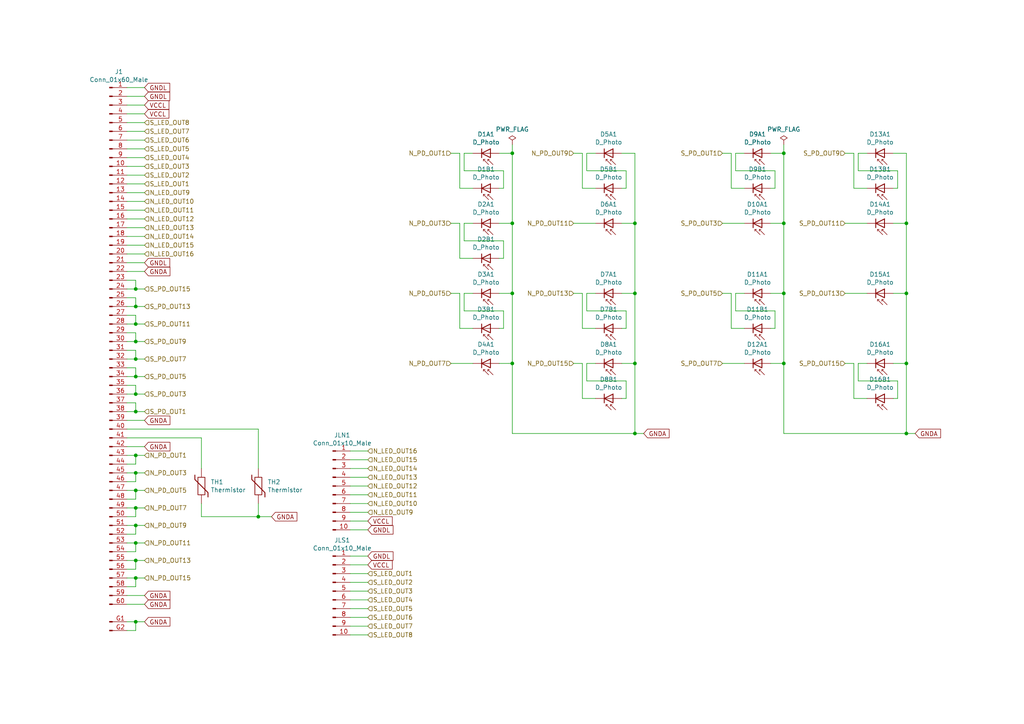
<source format=kicad_sch>
(kicad_sch (version 20211123) (generator eeschema)
  (paper "A4")
  (lib_symbols
    (symbol "Connector:Conn_01x10_Male" (pin_names (offset 1.016) hide)
      (property "Reference" "J" (at 0 12.7 0))
      (property "Value" "Conn_01x10_Male" (at 0 -15.24 0))
      (symbol "Conn_01x10_Male_1_1"
        (polyline (pts (xy 1.27 -12.7) (xy 0.8636 -12.7)) (stroke (width 0.1524)))
        (polyline (pts (xy 1.27 -10.16) (xy 0.8636 -10.16)) (stroke (width 0.1524)))
        (polyline (pts (xy 1.27 -7.62) (xy 0.8636 -7.62)) (stroke (width 0.1524)))
        (polyline (pts (xy 1.27 -5.08) (xy 0.8636 -5.08)) (stroke (width 0.1524)))
        (polyline (pts (xy 1.27 -2.54) (xy 0.8636 -2.54)) (stroke (width 0.1524)))
        (polyline (pts (xy 1.27 0) (xy 0.8636 0)) (stroke (width 0.1524)))
        (polyline (pts (xy 1.27 2.54) (xy 0.8636 2.54)) (stroke (width 0.1524)))
        (polyline (pts (xy 1.27 5.08) (xy 0.8636 5.08)) (stroke (width 0.1524)))
        (polyline (pts (xy 1.27 7.62) (xy 0.8636 7.62)) (stroke (width 0.1524)))
        (polyline (pts (xy 1.27 10.16) (xy 0.8636 10.16)) (stroke (width 0.1524)))
        (rectangle (start 0.8636 -12.573) (end 0 -12.827) (stroke (width 0.1524)) (fill (type outline)))
        (rectangle (start 0.8636 -10.033) (end 0 -10.287) (stroke (width 0.1524)) (fill (type outline)))
        (rectangle (start 0.8636 -7.493) (end 0 -7.747) (stroke (width 0.1524)) (fill (type outline)))
        (rectangle (start 0.8636 -4.953) (end 0 -5.207) (stroke (width 0.1524)) (fill (type outline)))
        (rectangle (start 0.8636 -2.413) (end 0 -2.667) (stroke (width 0.1524)) (fill (type outline)))
        (rectangle (start 0.8636 0.127) (end 0 -0.127) (stroke (width 0.1524)) (fill (type outline)))
        (rectangle (start 0.8636 2.667) (end 0 2.413) (stroke (width 0.1524)) (fill (type outline)))
        (rectangle (start 0.8636 5.207) (end 0 4.953) (stroke (width 0.1524)) (fill (type outline)))
        (rectangle (start 0.8636 7.747) (end 0 7.493) (stroke (width 0.1524)) (fill (type outline)))
        (rectangle (start 0.8636 10.287) (end 0 10.033) (stroke (width 0.1524)) (fill (type outline)))
        (pin passive line (at 5.08 10.16 180) (length 3.81) (name "Pin_1") (number "1"))
        (pin passive line (at 5.08 -12.7 180) (length 3.81) (name "Pin_10") (number "10"))
        (pin passive line (at 5.08 7.62 180) (length 3.81) (name "Pin_2") (number "2"))
        (pin passive line (at 5.08 5.08 180) (length 3.81) (name "Pin_3") (number "3"))
        (pin passive line (at 5.08 2.54 180) (length 3.81) (name "Pin_4") (number "4"))
        (pin passive line (at 5.08 0 180) (length 3.81) (name "Pin_5") (number "5"))
        (pin passive line (at 5.08 -2.54 180) (length 3.81) (name "Pin_6") (number "6"))
        (pin passive line (at 5.08 -5.08 180) (length 3.81) (name "Pin_7") (number "7"))
        (pin passive line (at 5.08 -7.62 180) (length 3.81) (name "Pin_8") (number "8"))
        (pin passive line (at 5.08 -10.16 180) (length 3.81) (name "Pin_9") (number "9"))
      )
    )
    (symbol "Device:D_Photo" (pin_numbers hide) (pin_names hide)
      (property "Reference" "D" (at 0.508 1.778 0))
      (property "Value" "D_Photo" (at -1.016 -2.794 0))
      (symbol "D_Photo_0_1"
        (polyline (pts (xy -2.54 1.27) (xy -2.54 -1.27)) (stroke (width 0.254)))
        (polyline (pts (xy -2.032 1.778) (xy -1.524 1.778)))
        (polyline (pts (xy 0 0) (xy -2.54 0)))
        (polyline (pts (xy -0.508 3.302) (xy -2.032 1.778) (xy -2.032 2.286)))
        (polyline (pts (xy 0 -1.27) (xy 0 1.27) (xy -2.54 0) (xy 0 -1.27)) (stroke (width 0.254)))
        (polyline (pts (xy 0.762 3.302) (xy -0.762 1.778) (xy -0.762 2.286) (xy -0.762 1.778) (xy -0.254 1.778)))
      )
      (symbol "D_Photo_1_1"
        (pin passive line (at -5.08 0 0) (length 2.54) (name "K") (number "1"))
        (pin passive line (at 2.54 0 180) (length 2.54) (name "A") (number "2"))
      )
    )
    (symbol "Device:Thermistor" (pin_numbers hide) (pin_names (offset 0))
      (property "Reference" "TH" (at 2.54 1.27 90))
      (property "Value" "Thermistor" (at -2.54 0 90))
      (symbol "Thermistor_0_1"
        (rectangle (start -1.016 2.54) (end 1.016 -2.54) (stroke (width 0.2032)))
        (polyline (pts (xy -1.905 3.175) (xy -1.905 1.905) (xy 1.905 -1.905) (xy 1.905 -3.175) (xy 1.905 -3.175)) (stroke (width 0.254)))
      )
      (symbol "Thermistor_1_1"
        (pin passive line (at 0 5.08 270) (length 2.54) (name "~") (number "1"))
        (pin passive line (at 0 -5.08 90) (length 2.54) (name "~") (number "2"))
      )
    )
    (symbol "Ninja-qPCR:Conn_01x60_Male" (pin_names (offset 1.016) hide)
      (property "Reference" "J" (at 0 50.8 0))
      (property "Value" "Conn_01x60_Male" (at 1.27 -113.03 0))
      (symbol "Conn_01x60_Male_1_1"
        (polyline (pts (xy 1.27 -109.22) (xy 0.8636 -109.22)) (stroke (width 0.1524)))
        (polyline (pts (xy 1.27 -106.68) (xy 0.8636 -106.68)) (stroke (width 0.1524)))
        (polyline (pts (xy 1.27 -101.6) (xy 0.8636 -101.6)) (stroke (width 0.1524)))
        (polyline (pts (xy 1.27 -99.06) (xy 0.8636 -99.06)) (stroke (width 0.1524)))
        (polyline (pts (xy 1.27 -96.52) (xy 0.8636 -96.52)) (stroke (width 0.1524)))
        (polyline (pts (xy 1.27 -93.98) (xy 0.8636 -93.98)) (stroke (width 0.1524)))
        (polyline (pts (xy 1.27 -91.44) (xy 0.8636 -91.44)) (stroke (width 0.1524)))
        (polyline (pts (xy 1.27 -88.9) (xy 0.8636 -88.9)) (stroke (width 0.1524)))
        (polyline (pts (xy 1.27 -86.36) (xy 0.8636 -86.36)) (stroke (width 0.1524)))
        (polyline (pts (xy 1.27 -83.82) (xy 0.8636 -83.82)) (stroke (width 0.1524)))
        (polyline (pts (xy 1.27 -81.28) (xy 0.8636 -81.28)) (stroke (width 0.1524)))
        (polyline (pts (xy 1.27 -78.74) (xy 0.8636 -78.74)) (stroke (width 0.1524)))
        (polyline (pts (xy 1.27 -76.2) (xy 0.8636 -76.2)) (stroke (width 0.1524)))
        (polyline (pts (xy 1.27 -73.66) (xy 0.8636 -73.66)) (stroke (width 0.1524)))
        (polyline (pts (xy 1.27 -71.12) (xy 0.8636 -71.12)) (stroke (width 0.1524)))
        (polyline (pts (xy 1.27 -68.58) (xy 0.8636 -68.58)) (stroke (width 0.1524)))
        (polyline (pts (xy 1.27 -66.04) (xy 0.8636 -66.04)) (stroke (width 0.1524)))
        (polyline (pts (xy 1.27 -63.5) (xy 0.8636 -63.5)) (stroke (width 0.1524)))
        (polyline (pts (xy 1.27 -60.96) (xy 0.8636 -60.96)) (stroke (width 0.1524)))
        (polyline (pts (xy 1.27 -58.42) (xy 0.8636 -58.42)) (stroke (width 0.1524)))
        (polyline (pts (xy 1.27 -55.88) (xy 0.8636 -55.88)) (stroke (width 0.1524)))
        (polyline (pts (xy 1.27 -53.34) (xy 0.8636 -53.34)) (stroke (width 0.1524)))
        (polyline (pts (xy 1.27 -50.8) (xy 0.8636 -50.8)) (stroke (width 0.1524)))
        (polyline (pts (xy 1.27 -48.26) (xy 0.8636 -48.26)) (stroke (width 0.1524)))
        (polyline (pts (xy 1.27 -45.72) (xy 0.8636 -45.72)) (stroke (width 0.1524)))
        (polyline (pts (xy 1.27 -43.18) (xy 0.8636 -43.18)) (stroke (width 0.1524)))
        (polyline (pts (xy 1.27 -40.64) (xy 0.8636 -40.64)) (stroke (width 0.1524)))
        (polyline (pts (xy 1.27 -38.1) (xy 0.8636 -38.1)) (stroke (width 0.1524)))
        (polyline (pts (xy 1.27 -35.56) (xy 0.8636 -35.56)) (stroke (width 0.1524)))
        (polyline (pts (xy 1.27 -33.02) (xy 0.8636 -33.02)) (stroke (width 0.1524)))
        (polyline (pts (xy 1.27 -30.48) (xy 0.8636 -30.48)) (stroke (width 0.1524)))
        (polyline (pts (xy 1.27 -27.94) (xy 0.8636 -27.94)) (stroke (width 0.1524)))
        (polyline (pts (xy 1.27 -25.4) (xy 0.8636 -25.4)) (stroke (width 0.1524)))
        (polyline (pts (xy 1.27 -22.86) (xy 0.8636 -22.86)) (stroke (width 0.1524)))
        (polyline (pts (xy 1.27 -20.32) (xy 0.8636 -20.32)) (stroke (width 0.1524)))
        (polyline (pts (xy 1.27 -17.78) (xy 0.8636 -17.78)) (stroke (width 0.1524)))
        (polyline (pts (xy 1.27 -15.24) (xy 0.8636 -15.24)) (stroke (width 0.1524)))
        (polyline (pts (xy 1.27 -12.7) (xy 0.8636 -12.7)) (stroke (width 0.1524)))
        (polyline (pts (xy 1.27 -10.16) (xy 0.8636 -10.16)) (stroke (width 0.1524)))
        (polyline (pts (xy 1.27 -7.62) (xy 0.8636 -7.62)) (stroke (width 0.1524)))
        (polyline (pts (xy 1.27 -5.08) (xy 0.8636 -5.08)) (stroke (width 0.1524)))
        (polyline (pts (xy 1.27 -2.54) (xy 0.8636 -2.54)) (stroke (width 0.1524)))
        (polyline (pts (xy 1.27 0) (xy 0.8636 0)) (stroke (width 0.1524)))
        (polyline (pts (xy 1.27 2.54) (xy 0.8636 2.54)) (stroke (width 0.1524)))
        (polyline (pts (xy 1.27 5.08) (xy 0.8636 5.08)) (stroke (width 0.1524)))
        (polyline (pts (xy 1.27 7.62) (xy 0.8636 7.62)) (stroke (width 0.1524)))
        (polyline (pts (xy 1.27 10.16) (xy 0.8636 10.16)) (stroke (width 0.1524)))
        (polyline (pts (xy 1.27 12.7) (xy 0.8636 12.7)) (stroke (width 0.1524)))
        (polyline (pts (xy 1.27 15.24) (xy 0.8636 15.24)) (stroke (width 0.1524)))
        (polyline (pts (xy 1.27 17.78) (xy 0.8636 17.78)) (stroke (width 0.1524)))
        (polyline (pts (xy 1.27 20.32) (xy 0.8636 20.32)) (stroke (width 0.1524)))
        (polyline (pts (xy 1.27 22.86) (xy 0.8636 22.86)) (stroke (width 0.1524)))
        (polyline (pts (xy 1.27 25.4) (xy 0.8636 25.4)) (stroke (width 0.1524)))
        (polyline (pts (xy 1.27 27.94) (xy 0.8636 27.94)) (stroke (width 0.1524)))
        (polyline (pts (xy 1.27 30.48) (xy 0.8636 30.48)) (stroke (width 0.1524)))
        (polyline (pts (xy 1.27 33.02) (xy 0.8636 33.02)) (stroke (width 0.1524)))
        (polyline (pts (xy 1.27 35.56) (xy 0.8636 35.56)) (stroke (width 0.1524)))
        (polyline (pts (xy 1.27 38.1) (xy 0.8636 38.1)) (stroke (width 0.1524)))
        (polyline (pts (xy 1.27 40.64) (xy 0.8636 40.64)) (stroke (width 0.1524)))
        (polyline (pts (xy 1.27 43.18) (xy 0.8636 43.18)) (stroke (width 0.1524)))
        (polyline (pts (xy 1.27 45.72) (xy 0.8636 45.72)) (stroke (width 0.1524)))
        (polyline (pts (xy 1.27 48.26) (xy 0.8636 48.26)) (stroke (width 0.1524)))
        (rectangle (start 0.8636 -109.093) (end 0 -109.347) (stroke (width 0.1524)) (fill (type outline)))
        (rectangle (start 0.8636 -106.553) (end 0 -106.807) (stroke (width 0.1524)) (fill (type outline)))
        (rectangle (start 0.8636 -101.473) (end 0 -101.727) (stroke (width 0.1524)) (fill (type outline)))
        (rectangle (start 0.8636 -98.933) (end 0 -99.187) (stroke (width 0.1524)) (fill (type outline)))
        (rectangle (start 0.8636 -96.393) (end 0 -96.647) (stroke (width 0.1524)) (fill (type outline)))
        (rectangle (start 0.8636 -93.853) (end 0 -94.107) (stroke (width 0.1524)) (fill (type outline)))
        (rectangle (start 0.8636 -91.313) (end 0 -91.567) (stroke (width 0.1524)) (fill (type outline)))
        (rectangle (start 0.8636 -88.773) (end 0 -89.027) (stroke (width 0.1524)) (fill (type outline)))
        (rectangle (start 0.8636 -86.233) (end 0 -86.487) (stroke (width 0.1524)) (fill (type outline)))
        (rectangle (start 0.8636 -83.693) (end 0 -83.947) (stroke (width 0.1524)) (fill (type outline)))
        (rectangle (start 0.8636 -81.153) (end 0 -81.407) (stroke (width 0.1524)) (fill (type outline)))
        (rectangle (start 0.8636 -78.613) (end 0 -78.867) (stroke (width 0.1524)) (fill (type outline)))
        (rectangle (start 0.8636 -76.073) (end 0 -76.327) (stroke (width 0.1524)) (fill (type outline)))
        (rectangle (start 0.8636 -73.533) (end 0 -73.787) (stroke (width 0.1524)) (fill (type outline)))
        (rectangle (start 0.8636 -70.993) (end 0 -71.247) (stroke (width 0.1524)) (fill (type outline)))
        (rectangle (start 0.8636 -68.453) (end 0 -68.707) (stroke (width 0.1524)) (fill (type outline)))
        (rectangle (start 0.8636 -65.913) (end 0 -66.167) (stroke (width 0.1524)) (fill (type outline)))
        (rectangle (start 0.8636 -63.373) (end 0 -63.627) (stroke (width 0.1524)) (fill (type outline)))
        (rectangle (start 0.8636 -60.833) (end 0 -61.087) (stroke (width 0.1524)) (fill (type outline)))
        (rectangle (start 0.8636 -58.293) (end 0 -58.547) (stroke (width 0.1524)) (fill (type outline)))
        (rectangle (start 0.8636 -55.753) (end 0 -56.007) (stroke (width 0.1524)) (fill (type outline)))
        (rectangle (start 0.8636 -53.213) (end 0 -53.467) (stroke (width 0.1524)) (fill (type outline)))
        (rectangle (start 0.8636 -50.673) (end 0 -50.927) (stroke (width 0.1524)) (fill (type outline)))
        (rectangle (start 0.8636 -48.133) (end 0 -48.387) (stroke (width 0.1524)) (fill (type outline)))
        (rectangle (start 0.8636 -45.593) (end 0 -45.847) (stroke (width 0.1524)) (fill (type outline)))
        (rectangle (start 0.8636 -43.053) (end 0 -43.307) (stroke (width 0.1524)) (fill (type outline)))
        (rectangle (start 0.8636 -40.513) (end 0 -40.767) (stroke (width 0.1524)) (fill (type outline)))
        (rectangle (start 0.8636 -37.973) (end 0 -38.227) (stroke (width 0.1524)) (fill (type outline)))
        (rectangle (start 0.8636 -35.433) (end 0 -35.687) (stroke (width 0.1524)) (fill (type outline)))
        (rectangle (start 0.8636 -32.893) (end 0 -33.147) (stroke (width 0.1524)) (fill (type outline)))
        (rectangle (start 0.8636 -30.353) (end 0 -30.607) (stroke (width 0.1524)) (fill (type outline)))
        (rectangle (start 0.8636 -27.813) (end 0 -28.067) (stroke (width 0.1524)) (fill (type outline)))
        (rectangle (start 0.8636 -25.273) (end 0 -25.527) (stroke (width 0.1524)) (fill (type outline)))
        (rectangle (start 0.8636 -22.733) (end 0 -22.987) (stroke (width 0.1524)) (fill (type outline)))
        (rectangle (start 0.8636 -20.193) (end 0 -20.447) (stroke (width 0.1524)) (fill (type outline)))
        (rectangle (start 0.8636 -17.653) (end 0 -17.907) (stroke (width 0.1524)) (fill (type outline)))
        (rectangle (start 0.8636 -15.113) (end 0 -15.367) (stroke (width 0.1524)) (fill (type outline)))
        (rectangle (start 0.8636 -12.573) (end 0 -12.827) (stroke (width 0.1524)) (fill (type outline)))
        (rectangle (start 0.8636 -10.033) (end 0 -10.287) (stroke (width 0.1524)) (fill (type outline)))
        (rectangle (start 0.8636 -7.493) (end 0 -7.747) (stroke (width 0.1524)) (fill (type outline)))
        (rectangle (start 0.8636 -4.953) (end 0 -5.207) (stroke (width 0.1524)) (fill (type outline)))
        (rectangle (start 0.8636 -2.413) (end 0 -2.667) (stroke (width 0.1524)) (fill (type outline)))
        (rectangle (start 0.8636 0.127) (end 0 -0.127) (stroke (width 0.1524)) (fill (type outline)))
        (rectangle (start 0.8636 2.667) (end 0 2.413) (stroke (width 0.1524)) (fill (type outline)))
        (rectangle (start 0.8636 5.207) (end 0 4.953) (stroke (width 0.1524)) (fill (type outline)))
        (rectangle (start 0.8636 7.747) (end 0 7.493) (stroke (width 0.1524)) (fill (type outline)))
        (rectangle (start 0.8636 10.287) (end 0 10.033) (stroke (width 0.1524)) (fill (type outline)))
        (rectangle (start 0.8636 12.827) (end 0 12.573) (stroke (width 0.1524)) (fill (type outline)))
        (rectangle (start 0.8636 15.367) (end 0 15.113) (stroke (width 0.1524)) (fill (type outline)))
        (rectangle (start 0.8636 17.907) (end 0 17.653) (stroke (width 0.1524)) (fill (type outline)))
        (rectangle (start 0.8636 20.447) (end 0 20.193) (stroke (width 0.1524)) (fill (type outline)))
        (rectangle (start 0.8636 22.987) (end 0 22.733) (stroke (width 0.1524)) (fill (type outline)))
        (rectangle (start 0.8636 25.527) (end 0 25.273) (stroke (width 0.1524)) (fill (type outline)))
        (rectangle (start 0.8636 28.067) (end 0 27.813) (stroke (width 0.1524)) (fill (type outline)))
        (rectangle (start 0.8636 30.607) (end 0 30.353) (stroke (width 0.1524)) (fill (type outline)))
        (rectangle (start 0.8636 33.147) (end 0 32.893) (stroke (width 0.1524)) (fill (type outline)))
        (rectangle (start 0.8636 35.687) (end 0 35.433) (stroke (width 0.1524)) (fill (type outline)))
        (rectangle (start 0.8636 38.227) (end 0 37.973) (stroke (width 0.1524)) (fill (type outline)))
        (rectangle (start 0.8636 40.767) (end 0 40.513) (stroke (width 0.1524)) (fill (type outline)))
        (rectangle (start 0.8636 43.307) (end 0 43.053) (stroke (width 0.1524)) (fill (type outline)))
        (rectangle (start 0.8636 45.847) (end 0 45.593) (stroke (width 0.1524)) (fill (type outline)))
        (rectangle (start 0.8636 48.387) (end 0 48.133) (stroke (width 0.1524)) (fill (type outline)))
        (pin passive line (at 5.08 48.26 180) (length 3.81) (name "Pin_1") (number "1"))
        (pin passive line (at 5.08 25.4 180) (length 3.81) (name "Pin_10") (number "10"))
        (pin passive line (at 5.08 22.86 180) (length 3.81) (name "Pin_11") (number "11"))
        (pin passive line (at 5.08 20.32 180) (length 3.81) (name "Pin_12") (number "12"))
        (pin passive line (at 5.08 17.78 180) (length 3.81) (name "Pin_13") (number "13"))
        (pin passive line (at 5.08 15.24 180) (length 3.81) (name "Pin_14") (number "14"))
        (pin passive line (at 5.08 12.7 180) (length 3.81) (name "Pin_15") (number "15"))
        (pin passive line (at 5.08 10.16 180) (length 3.81) (name "Pin_16") (number "16"))
        (pin passive line (at 5.08 7.62 180) (length 3.81) (name "Pin_17") (number "17"))
        (pin passive line (at 5.08 5.08 180) (length 3.81) (name "Pin_18") (number "18"))
        (pin passive line (at 5.08 2.54 180) (length 3.81) (name "Pin_19") (number "19"))
        (pin passive line (at 5.08 45.72 180) (length 3.81) (name "Pin_2") (number "2"))
        (pin passive line (at 5.08 0 180) (length 3.81) (name "Pin_20") (number "20"))
        (pin passive line (at 5.08 -2.54 180) (length 3.81) (name "Pin_21") (number "21"))
        (pin passive line (at 5.08 -5.08 180) (length 3.81) (name "Pin_22") (number "22"))
        (pin passive line (at 5.08 -7.62 180) (length 3.81) (name "Pin_23") (number "23"))
        (pin passive line (at 5.08 -10.16 180) (length 3.81) (name "Pin_24") (number "24"))
        (pin passive line (at 5.08 -12.7 180) (length 3.81) (name "Pin_25") (number "25"))
        (pin passive line (at 5.08 -15.24 180) (length 3.81) (name "Pin_26") (number "26"))
        (pin passive line (at 5.08 -17.78 180) (length 3.81) (name "Pin_27") (number "27"))
        (pin passive line (at 5.08 -20.32 180) (length 3.81) (name "Pin_28") (number "28"))
        (pin passive line (at 5.08 -22.86 180) (length 3.81) (name "Pin_29") (number "29"))
        (pin passive line (at 5.08 43.18 180) (length 3.81) (name "Pin_3") (number "3"))
        (pin passive line (at 5.08 -25.4 180) (length 3.81) (name "Pin_30") (number "30"))
        (pin passive line (at 5.08 -27.94 180) (length 3.81) (name "Pin_31") (number "31"))
        (pin passive line (at 5.08 -30.48 180) (length 3.81) (name "Pin_32") (number "32"))
        (pin passive line (at 5.08 -33.02 180) (length 3.81) (name "Pin_33") (number "33"))
        (pin passive line (at 5.08 -35.56 180) (length 3.81) (name "Pin_34") (number "34"))
        (pin passive line (at 5.08 -38.1 180) (length 3.81) (name "Pin_35") (number "35"))
        (pin passive line (at 5.08 -40.64 180) (length 3.81) (name "Pin_36") (number "36"))
        (pin passive line (at 5.08 -43.18 180) (length 3.81) (name "Pin_37") (number "37"))
        (pin passive line (at 5.08 -45.72 180) (length 3.81) (name "Pin_38") (number "38"))
        (pin passive line (at 5.08 -48.26 180) (length 3.81) (name "Pin_39") (number "39"))
        (pin passive line (at 5.08 40.64 180) (length 3.81) (name "Pin_4") (number "4"))
        (pin passive line (at 5.08 -50.8 180) (length 3.81) (name "Pin_40") (number "40"))
        (pin passive line (at 5.08 -53.34 180) (length 3.81) (name "Pin_41") (number "41"))
        (pin passive line (at 5.08 -55.88 180) (length 3.81) (name "Pin_42") (number "42"))
        (pin passive line (at 5.08 -58.42 180) (length 3.81) (name "Pin_43") (number "43"))
        (pin passive line (at 5.08 -60.96 180) (length 3.81) (name "Pin_44") (number "44"))
        (pin passive line (at 5.08 -63.5 180) (length 3.81) (name "Pin_45") (number "45"))
        (pin passive line (at 5.08 -66.04 180) (length 3.81) (name "Pin_46") (number "46"))
        (pin passive line (at 5.08 -68.58 180) (length 3.81) (name "Pin_47") (number "47"))
        (pin passive line (at 5.08 -71.12 180) (length 3.81) (name "Pin_48") (number "48"))
        (pin passive line (at 5.08 -73.66 180) (length 3.81) (name "Pin_49") (number "49"))
        (pin passive line (at 5.08 38.1 180) (length 3.81) (name "Pin_5") (number "5"))
        (pin passive line (at 5.08 -76.2 180) (length 3.81) (name "Pin_50") (number "50"))
        (pin passive line (at 5.08 -78.74 180) (length 3.81) (name "Pin_51") (number "51"))
        (pin passive line (at 5.08 -81.28 180) (length 3.81) (name "Pin_52") (number "52"))
        (pin passive line (at 5.08 -83.82 180) (length 3.81) (name "Pin_53") (number "53"))
        (pin passive line (at 5.08 -86.36 180) (length 3.81) (name "Pin_54") (number "54"))
        (pin passive line (at 5.08 -88.9 180) (length 3.81) (name "Pin_55") (number "55"))
        (pin passive line (at 5.08 -91.44 180) (length 3.81) (name "Pin_56") (number "56"))
        (pin passive line (at 5.08 -93.98 180) (length 3.81) (name "Pin_57") (number "57"))
        (pin passive line (at 5.08 -96.52 180) (length 3.81) (name "Pin_58") (number "58"))
        (pin passive line (at 5.08 -99.06 180) (length 3.81) (name "Pin_59") (number "59"))
        (pin passive line (at 5.08 35.56 180) (length 3.81) (name "Pin_6") (number "6"))
        (pin passive line (at 5.08 -101.6 180) (length 3.81) (name "Pin_60") (number "60"))
        (pin passive line (at 5.08 33.02 180) (length 3.81) (name "Pin_7") (number "7"))
        (pin passive line (at 5.08 30.48 180) (length 3.81) (name "Pin_8") (number "8"))
        (pin passive line (at 5.08 27.94 180) (length 3.81) (name "Pin_9") (number "9"))
        (pin passive line (at 5.08 -106.68 180) (length 3.81) (name "Pin_G1") (number "G1"))
        (pin passive line (at 5.08 -109.22 180) (length 3.81) (name "Pin_G2") (number "G2"))
      )
    )
    (symbol "power:PWR_FLAG" (power) (pin_numbers hide) (pin_names (offset 0) hide)
      (property "Value" "PWR_FLAG" (at 0 3.81 0))
      (symbol "PWR_FLAG_0_0"
        (pin power_out line (at 0 0 90) (length 0) (name "pwr") (number "1"))
      )
      (symbol "PWR_FLAG_0_1"
        (polyline (pts (xy 0 0) (xy 0 1.27) (xy -1.016 1.905) (xy 0 2.54) (xy 1.016 1.905) (xy 0 1.27)))
      )
    )
  )
  (junction (at 184.15 64.77))
  (junction (at 262.89 85.09))
  (junction (at 39.37 142.24))
  (junction (at 148.59 44.45))
  (junction (at 184.15 105.41))
  (junction (at 227.33 105.41))
  (junction (at 39.37 147.32))
  (junction (at 39.37 162.56))
  (junction (at 262.89 64.77))
  (junction (at 39.37 104.14))
  (junction (at 39.37 114.3))
  (junction (at 262.89 105.41))
  (junction (at 148.59 64.77))
  (junction (at 39.37 88.9))
  (junction (at 227.33 64.77))
  (junction (at 184.15 85.09))
  (junction (at 262.89 125.73))
  (junction (at 227.33 44.45))
  (junction (at 39.37 93.98))
  (junction (at 148.59 105.41))
  (junction (at 39.37 180.34))
  (junction (at 148.59 85.09))
  (junction (at 39.37 167.64))
  (junction (at 227.33 85.09))
  (junction (at 39.37 109.22))
  (junction (at 39.37 99.06))
  (junction (at 39.37 137.16))
  (junction (at 39.37 157.48))
  (junction (at 184.15 125.73))
  (junction (at 39.37 152.4))
  (junction (at 39.37 119.38))
  (junction (at 39.37 83.82))
  (junction (at 74.93 149.86))
  (junction (at 39.37 132.08))
  (wire (pts (xy 39.37 170.18) (xy 39.37 167.64)))
  (wire (pts (xy 36.83 142.24) (xy 39.37 142.24)))
  (wire (pts (xy 74.93 124.46) (xy 74.93 135.89)))
  (wire (pts (xy 36.83 137.16) (xy 39.37 137.16)))
  (wire (pts (xy 36.83 109.22) (xy 39.37 109.22)))
  (wire (pts (xy 130.81 105.41) (xy 137.16 105.41)))
  (wire (pts (xy 74.93 149.86) (xy 78.74 149.86)))
  (wire (pts (xy 36.83 180.34) (xy 39.37 180.34)))
  (wire (pts (xy 172.72 105.41) (xy 170.18 105.41)))
  (wire (pts (xy 36.83 63.5) (xy 41.91 63.5)))
  (wire (pts (xy 172.72 44.45) (xy 170.18 44.45)))
  (wire (pts (xy 248.92 105.41) (xy 248.92 110.49)))
  (wire (pts (xy 180.34 44.45) (xy 184.15 44.45)))
  (wire (pts (xy 39.37 81.28) (xy 39.37 83.82)))
  (wire (pts (xy 39.37 93.98) (xy 41.91 93.98)))
  (wire (pts (xy 144.78 44.45) (xy 148.59 44.45)))
  (wire (pts (xy 101.6 138.43) (xy 106.68 138.43)))
  (wire (pts (xy 36.83 96.52) (xy 39.37 96.52)))
  (wire (pts (xy 251.46 105.41) (xy 248.92 105.41)))
  (wire (pts (xy 36.83 30.48) (xy 41.91 30.48)))
  (wire (pts (xy 227.33 64.77) (xy 227.33 85.09)))
  (wire (pts (xy 36.83 132.08) (xy 39.37 132.08)))
  (wire (pts (xy 39.37 132.08) (xy 41.91 132.08)))
  (wire (pts (xy 184.15 125.73) (xy 148.59 125.73)))
  (wire (pts (xy 170.18 90.17) (xy 181.61 90.17)))
  (wire (pts (xy 36.83 172.72) (xy 41.91 172.72)))
  (wire (pts (xy 39.37 144.78) (xy 39.37 142.24)))
  (wire (pts (xy 36.83 154.94) (xy 39.37 154.94)))
  (wire (pts (xy 215.9 85.09) (xy 213.36 85.09)))
  (wire (pts (xy 181.61 115.57) (xy 180.34 115.57)))
  (wire (pts (xy 106.68 130.81) (xy 101.6 130.81)))
  (wire (pts (xy 36.83 50.8) (xy 41.91 50.8)))
  (wire (pts (xy 106.68 171.45) (xy 101.6 171.45)))
  (wire (pts (xy 39.37 154.94) (xy 39.37 152.4)))
  (wire (pts (xy 36.83 68.58) (xy 41.91 68.58)))
  (wire (pts (xy 39.37 157.48) (xy 41.91 157.48)))
  (wire (pts (xy 36.83 40.64) (xy 41.91 40.64)))
  (wire (pts (xy 134.62 44.45) (xy 134.62 49.53)))
  (wire (pts (xy 39.37 101.6) (xy 39.37 104.14)))
  (wire (pts (xy 36.83 58.42) (xy 41.91 58.42)))
  (wire (pts (xy 36.83 144.78) (xy 39.37 144.78)))
  (wire (pts (xy 36.83 38.1) (xy 41.91 38.1)))
  (wire (pts (xy 247.65 54.61) (xy 251.46 54.61)))
  (wire (pts (xy 137.16 85.09) (xy 134.62 85.09)))
  (wire (pts (xy 36.83 157.48) (xy 39.37 157.48)))
  (wire (pts (xy 186.69 125.73) (xy 184.15 125.73)))
  (wire (pts (xy 209.55 64.77) (xy 215.9 64.77)))
  (wire (pts (xy 180.34 85.09) (xy 184.15 85.09)))
  (wire (pts (xy 39.37 114.3) (xy 41.91 114.3)))
  (wire (pts (xy 262.89 105.41) (xy 262.89 125.73)))
  (wire (pts (xy 166.37 64.77) (xy 172.72 64.77)))
  (wire (pts (xy 148.59 44.45) (xy 148.59 64.77)))
  (wire (pts (xy 168.91 54.61) (xy 172.72 54.61)))
  (wire (pts (xy 36.83 71.12) (xy 41.91 71.12)))
  (wire (pts (xy 227.33 44.45) (xy 227.33 64.77)))
  (wire (pts (xy 181.61 95.25) (xy 180.34 95.25)))
  (wire (pts (xy 106.68 176.53) (xy 101.6 176.53)))
  (wire (pts (xy 106.68 173.99) (xy 101.6 173.99)))
  (wire (pts (xy 144.78 54.61) (xy 146.05 54.61)))
  (wire (pts (xy 36.83 91.44) (xy 39.37 91.44)))
  (wire (pts (xy 209.55 85.09) (xy 212.09 85.09)))
  (wire (pts (xy 209.55 105.41) (xy 215.9 105.41)))
  (wire (pts (xy 106.68 181.61) (xy 101.6 181.61)))
  (wire (pts (xy 130.81 64.77) (xy 133.35 64.77)))
  (wire (pts (xy 39.37 139.7) (xy 39.37 137.16)))
  (wire (pts (xy 36.83 33.02) (xy 41.91 33.02)))
  (wire (pts (xy 39.37 162.56) (xy 41.91 162.56)))
  (wire (pts (xy 36.83 101.6) (xy 39.37 101.6)))
  (wire (pts (xy 36.83 162.56) (xy 39.37 162.56)))
  (wire (pts (xy 36.83 175.26) (xy 41.91 175.26)))
  (wire (pts (xy 213.36 90.17) (xy 224.79 90.17)))
  (wire (pts (xy 39.37 149.86) (xy 39.37 147.32)))
  (wire (pts (xy 36.83 104.14) (xy 39.37 104.14)))
  (wire (pts (xy 223.52 44.45) (xy 227.33 44.45)))
  (wire (pts (xy 39.37 104.14) (xy 41.91 104.14)))
  (wire (pts (xy 133.35 64.77) (xy 133.35 74.93)))
  (wire (pts (xy 133.35 54.61) (xy 137.16 54.61)))
  (wire (pts (xy 101.6 133.35) (xy 106.68 133.35)))
  (wire (pts (xy 36.83 149.86) (xy 39.37 149.86)))
  (wire (pts (xy 170.18 44.45) (xy 170.18 49.53)))
  (wire (pts (xy 36.83 83.82) (xy 39.37 83.82)))
  (wire (pts (xy 262.89 85.09) (xy 262.89 105.41)))
  (wire (pts (xy 184.15 64.77) (xy 184.15 85.09)))
  (wire (pts (xy 36.83 76.2) (xy 41.91 76.2)))
  (wire (pts (xy 262.89 64.77) (xy 262.89 85.09)))
  (wire (pts (xy 36.83 167.64) (xy 39.37 167.64)))
  (wire (pts (xy 170.18 85.09) (xy 170.18 90.17)))
  (wire (pts (xy 260.35 54.61) (xy 259.08 54.61)))
  (wire (pts (xy 39.37 88.9) (xy 36.83 88.9)))
  (wire (pts (xy 106.68 140.97) (xy 101.6 140.97)))
  (wire (pts (xy 101.6 143.51) (xy 106.68 143.51)))
  (wire (pts (xy 106.68 168.91) (xy 101.6 168.91)))
  (wire (pts (xy 36.83 170.18) (xy 39.37 170.18)))
  (wire (pts (xy 36.83 43.18) (xy 41.91 43.18)))
  (wire (pts (xy 181.61 110.49) (xy 181.61 115.57)))
  (wire (pts (xy 36.83 160.02) (xy 39.37 160.02)))
  (wire (pts (xy 213.36 85.09) (xy 213.36 90.17)))
  (wire (pts (xy 36.83 48.26) (xy 41.91 48.26)))
  (wire (pts (xy 172.72 85.09) (xy 170.18 85.09)))
  (wire (pts (xy 248.92 44.45) (xy 248.92 49.53)))
  (wire (pts (xy 134.62 69.85) (xy 146.05 69.85)))
  (wire (pts (xy 36.83 53.34) (xy 41.91 53.34)))
  (wire (pts (xy 215.9 44.45) (xy 213.36 44.45)))
  (wire (pts (xy 144.78 105.41) (xy 148.59 105.41)))
  (wire (pts (xy 180.34 105.41) (xy 184.15 105.41)))
  (wire (pts (xy 39.37 111.76) (xy 39.37 114.3)))
  (wire (pts (xy 166.37 85.09) (xy 168.91 85.09)))
  (wire (pts (xy 58.42 149.86) (xy 74.93 149.86)))
  (wire (pts (xy 224.79 90.17) (xy 224.79 95.25)))
  (wire (pts (xy 168.91 115.57) (xy 172.72 115.57)))
  (wire (pts (xy 134.62 49.53) (xy 146.05 49.53)))
  (wire (pts (xy 36.83 116.84) (xy 39.37 116.84)))
  (wire (pts (xy 180.34 64.77) (xy 184.15 64.77)))
  (wire (pts (xy 248.92 110.49) (xy 260.35 110.49)))
  (wire (pts (xy 212.09 85.09) (xy 212.09 95.25)))
  (wire (pts (xy 74.93 146.05) (xy 74.93 149.86)))
  (wire (pts (xy 134.62 64.77) (xy 134.62 69.85)))
  (wire (pts (xy 146.05 74.93) (xy 144.78 74.93)))
  (wire (pts (xy 39.37 152.4) (xy 41.91 152.4)))
  (wire (pts (xy 260.35 49.53) (xy 260.35 54.61)))
  (wire (pts (xy 36.83 60.96) (xy 41.91 60.96)))
  (wire (pts (xy 212.09 54.61) (xy 215.9 54.61)))
  (wire (pts (xy 36.83 45.72) (xy 41.91 45.72)))
  (wire (pts (xy 262.89 125.73) (xy 227.33 125.73)))
  (wire (pts (xy 170.18 110.49) (xy 181.61 110.49)))
  (wire (pts (xy 36.83 99.06) (xy 39.37 99.06)))
  (wire (pts (xy 146.05 95.25) (xy 144.78 95.25)))
  (wire (pts (xy 39.37 96.52) (xy 39.37 99.06)))
  (wire (pts (xy 58.42 146.05) (xy 58.42 149.86)))
  (wire (pts (xy 212.09 44.45) (xy 212.09 54.61)))
  (wire (pts (xy 146.05 49.53) (xy 146.05 54.61)))
  (wire (pts (xy 39.37 109.22) (xy 41.91 109.22)))
  (wire (pts (xy 133.35 74.93) (xy 137.16 74.93)))
  (wire (pts (xy 144.78 64.77) (xy 148.59 64.77)))
  (wire (pts (xy 184.15 85.09) (xy 184.15 105.41)))
  (wire (pts (xy 130.81 44.45) (xy 133.35 44.45)))
  (wire (pts (xy 148.59 85.09) (xy 148.59 105.41)))
  (wire (pts (xy 39.37 142.24) (xy 41.91 142.24)))
  (wire (pts (xy 39.37 147.32) (xy 41.91 147.32)))
  (wire (pts (xy 36.83 73.66) (xy 41.91 73.66)))
  (wire (pts (xy 39.37 86.36) (xy 39.37 88.9)))
  (wire (pts (xy 213.36 49.53) (xy 224.79 49.53)))
  (wire (pts (xy 36.83 182.88) (xy 39.37 182.88)))
  (wire (pts (xy 39.37 160.02) (xy 39.37 157.48)))
  (wire (pts (xy 144.78 85.09) (xy 148.59 85.09)))
  (wire (pts (xy 168.91 54.61) (xy 168.91 44.45)))
  (wire (pts (xy 245.11 44.45) (xy 247.65 44.45)))
  (wire (pts (xy 148.59 64.77) (xy 148.59 85.09)))
  (wire (pts (xy 101.6 148.59) (xy 106.68 148.59)))
  (wire (pts (xy 106.68 184.15) (xy 101.6 184.15)))
  (wire (pts (xy 181.61 54.61) (xy 180.34 54.61)))
  (wire (pts (xy 39.37 116.84) (xy 39.37 119.38)))
  (wire (pts (xy 39.37 182.88) (xy 39.37 180.34)))
  (wire (pts (xy 36.83 134.62) (xy 39.37 134.62)))
  (wire (pts (xy 245.11 85.09) (xy 251.46 85.09)))
  (wire (pts (xy 181.61 90.17) (xy 181.61 95.25)))
  (wire (pts (xy 223.52 85.09) (xy 227.33 85.09)))
  (wire (pts (xy 39.37 134.62) (xy 39.37 132.08)))
  (wire (pts (xy 224.79 95.25) (xy 223.52 95.25)))
  (wire (pts (xy 36.83 35.56) (xy 41.91 35.56)))
  (wire (pts (xy 248.92 49.53) (xy 260.35 49.53)))
  (wire (pts (xy 36.83 165.1) (xy 39.37 165.1)))
  (wire (pts (xy 39.37 180.34) (xy 41.91 180.34)))
  (wire (pts (xy 36.83 127) (xy 58.42 127)))
  (wire (pts (xy 227.33 105.41) (xy 227.33 125.73)))
  (wire (pts (xy 184.15 105.41) (xy 184.15 125.73)))
  (wire (pts (xy 133.35 44.45) (xy 133.35 54.61)))
  (wire (pts (xy 41.91 88.9) (xy 39.37 88.9)))
  (wire (pts (xy 106.68 151.13) (xy 101.6 151.13)))
  (wire (pts (xy 137.16 44.45) (xy 134.62 44.45)))
  (wire (pts (xy 36.83 139.7) (xy 39.37 139.7)))
  (wire (pts (xy 106.68 161.29) (xy 101.6 161.29)))
  (wire (pts (xy 36.83 121.92) (xy 41.91 121.92)))
  (wire (pts (xy 106.68 135.89) (xy 101.6 135.89)))
  (wire (pts (xy 168.91 105.41) (xy 168.91 115.57)))
  (wire (pts (xy 259.08 115.57) (xy 260.35 115.57)))
  (wire (pts (xy 106.68 179.07) (xy 101.6 179.07)))
  (wire (pts (xy 39.37 167.64) (xy 41.91 167.64)))
  (wire (pts (xy 223.52 64.77) (xy 227.33 64.77)))
  (wire (pts (xy 36.83 93.98) (xy 39.37 93.98)))
  (wire (pts (xy 106.68 163.83) (xy 101.6 163.83)))
  (wire (pts (xy 36.83 86.36) (xy 39.37 86.36)))
  (wire (pts (xy 224.79 49.53) (xy 224.79 54.61)))
  (wire (pts (xy 265.43 125.73) (xy 262.89 125.73)))
  (wire (pts (xy 106.68 166.37) (xy 101.6 166.37)))
  (wire (pts (xy 133.35 85.09) (xy 133.35 95.25)))
  (wire (pts (xy 262.89 44.45) (xy 262.89 64.77)))
  (wire (pts (xy 168.91 95.25) (xy 172.72 95.25)))
  (wire (pts (xy 39.37 99.06) (xy 41.91 99.06)))
  (wire (pts (xy 36.83 81.28) (xy 39.37 81.28)))
  (wire (pts (xy 184.15 44.45) (xy 184.15 64.77)))
  (wire (pts (xy 213.36 44.45) (xy 213.36 49.53)))
  (wire (pts (xy 101.6 153.67) (xy 106.68 153.67)))
  (wire (pts (xy 36.83 27.94) (xy 41.91 27.94)))
  (wire (pts (xy 245.11 64.77) (xy 251.46 64.77)))
  (wire (pts (xy 36.83 55.88) (xy 41.91 55.88)))
  (wire (pts (xy 181.61 49.53) (xy 181.61 54.61)))
  (wire (pts (xy 134.62 90.17) (xy 146.05 90.17)))
  (wire (pts (xy 134.62 85.09) (xy 134.62 90.17)))
  (wire (pts (xy 247.65 54.61) (xy 247.65 44.45)))
  (wire (pts (xy 36.83 25.4) (xy 41.91 25.4)))
  (wire (pts (xy 259.08 85.09) (xy 262.89 85.09)))
  (wire (pts (xy 36.83 78.74) (xy 41.91 78.74)))
  (wire (pts (xy 39.37 119.38) (xy 41.91 119.38)))
  (wire (pts (xy 36.83 66.04) (xy 41.91 66.04)))
  (wire (pts (xy 224.79 54.61) (xy 223.52 54.61)))
  (wire (pts (xy 36.83 152.4) (xy 39.37 152.4)))
  (wire (pts (xy 168.91 95.25) (xy 168.91 85.09)))
  (wire (pts (xy 251.46 44.45) (xy 248.92 44.45)))
  (wire (pts (xy 133.35 95.25) (xy 137.16 95.25)))
  (wire (pts (xy 106.68 146.05) (xy 101.6 146.05)))
  (wire (pts (xy 170.18 105.41) (xy 170.18 110.49)))
  (wire (pts (xy 39.37 137.16) (xy 41.91 137.16)))
  (wire (pts (xy 39.37 106.68) (xy 39.37 109.22)))
  (wire (pts (xy 36.83 147.32) (xy 39.37 147.32)))
  (wire (pts (xy 259.08 105.41) (xy 262.89 105.41)))
  (wire (pts (xy 39.37 91.44) (xy 39.37 93.98)))
  (wire (pts (xy 137.16 64.77) (xy 134.62 64.77)))
  (wire (pts (xy 227.33 85.09) (xy 227.33 105.41)))
  (wire (pts (xy 223.52 105.41) (xy 227.33 105.41)))
  (wire (pts (xy 36.83 124.46) (xy 74.93 124.46)))
  (wire (pts (xy 259.08 64.77) (xy 262.89 64.77)))
  (wire (pts (xy 212.09 95.25) (xy 215.9 95.25)))
  (wire (pts (xy 259.08 44.45) (xy 262.89 44.45)))
  (wire (pts (xy 39.37 83.82) (xy 41.91 83.82)))
  (wire (pts (xy 36.83 129.54) (xy 41.91 129.54)))
  (wire (pts (xy 130.81 85.09) (xy 133.35 85.09)))
  (wire (pts (xy 36.83 114.3) (xy 39.37 114.3)))
  (wire (pts (xy 260.35 110.49) (xy 260.35 115.57)))
  (wire (pts (xy 170.18 49.53) (xy 181.61 49.53)))
  (wire (pts (xy 36.83 106.68) (xy 39.37 106.68)))
  (wire (pts (xy 247.65 115.57) (xy 247.65 105.41)))
  (wire (pts (xy 146.05 69.85) (xy 146.05 74.93)))
  (wire (pts (xy 227.33 41.91) (xy 227.33 44.45)))
  (wire (pts (xy 148.59 41.91) (xy 148.59 44.45)))
  (wire (pts (xy 209.55 44.45) (xy 212.09 44.45)))
  (wire (pts (xy 148.59 105.41) (xy 148.59 125.73)))
  (wire (pts (xy 166.37 105.41) (xy 168.91 105.41)))
  (wire (pts (xy 245.11 105.41) (xy 247.65 105.41)))
  (wire (pts (xy 39.37 165.1) (xy 39.37 162.56)))
  (wire (pts (xy 36.83 119.38) (xy 39.37 119.38)))
  (wire (pts (xy 36.83 111.76) (xy 39.37 111.76)))
  (wire (pts (xy 146.05 90.17) (xy 146.05 95.25)))
  (wire (pts (xy 166.37 44.45) (xy 168.91 44.45)))
  (wire (pts (xy 58.42 127) (xy 58.42 135.89)))
  (wire (pts (xy 251.46 115.57) (xy 247.65 115.57)))
  (global_label "GNDL" (shape input) (at 106.68 161.29 0) (property "Intersheet References" "${INTERSHEET_REFS}" (effects hide)))
  (global_label "GNDA" (shape input) (at 41.91 172.72 0) (property "Intersheet References" "${INTERSHEET_REFS}" (effects hide)))
  (global_label "VCCL" (shape input) (at 41.91 33.02 0) (property "Intersheet References" "${INTERSHEET_REFS}" (effects hide)))
  (global_label "GNDA" (shape input) (at 78.74 149.86 0) (property "Intersheet References" "${INTERSHEET_REFS}" (effects hide)))
  (global_label "VCCL" (shape input) (at 106.68 163.83 0) (property "Intersheet References" "${INTERSHEET_REFS}" (effects hide)))
  (global_label "GNDA" (shape input) (at 41.91 180.34 0) (property "Intersheet References" "${INTERSHEET_REFS}" (effects hide)))
  (global_label "GNDL" (shape input) (at 41.91 76.2 0) (property "Intersheet References" "${INTERSHEET_REFS}" (effects hide)))
  (global_label "GNDA" (shape input) (at 265.43 125.73 0) (property "Intersheet References" "${INTERSHEET_REFS}" (effects hide)))
  (global_label "GNDA" (shape input) (at 41.91 129.54 0) (property "Intersheet References" "${INTERSHEET_REFS}" (effects hide)))
  (global_label "VCCL" (shape input) (at 41.91 30.48 0) (property "Intersheet References" "${INTERSHEET_REFS}" (effects hide)))
  (global_label "GNDA" (shape input) (at 41.91 175.26 0) (property "Intersheet References" "${INTERSHEET_REFS}" (effects hide)))
  (global_label "GNDA" (shape input) (at 41.91 78.74 0) (property "Intersheet References" "${INTERSHEET_REFS}" (effects hide)))
  (global_label "GNDA" (shape input) (at 41.91 121.92 0) (property "Intersheet References" "${INTERSHEET_REFS}" (effects hide)))
  (global_label "GNDL" (shape input) (at 41.91 27.94 0) (property "Intersheet References" "${INTERSHEET_REFS}" (effects hide)))
  (global_label "GNDL" (shape input) (at 41.91 25.4 0) (property "Intersheet References" "${INTERSHEET_REFS}" (effects hide)))
  (global_label "GNDL" (shape input) (at 106.68 153.67 0) (property "Intersheet References" "${INTERSHEET_REFS}" (effects hide)))
  (global_label "VCCL" (shape input) (at 106.68 151.13 0) (property "Intersheet References" "${INTERSHEET_REFS}" (effects hide)))
  (global_label "GNDA" (shape input) (at 186.69 125.73 0) (property "Intersheet References" "${INTERSHEET_REFS}" (effects hide)))
  (hierarchical_label "N_PD_OUT3" (shape input) (at 130.81 64.77 180))
  (hierarchical_label "N_PD_OUT9" (shape input) (at 41.91 152.4 0))
  (hierarchical_label "N_LED_OUT16" (shape input) (at 106.68 130.81 0))
  (hierarchical_label "S_PD_OUT11" (shape input) (at 41.91 93.98 0))
  (hierarchical_label "N_PD_OUT11" (shape input) (at 166.37 64.77 180))
  (hierarchical_label "N_LED_OUT11" (shape input) (at 41.91 60.96 0))
  (hierarchical_label "S_PD_OUT15" (shape input) (at 41.91 83.82 0))
  (hierarchical_label "S_LED_OUT4" (shape input) (at 106.68 173.99 0))
  (hierarchical_label "S_LED_OUT7" (shape input) (at 106.68 181.61 0))
  (hierarchical_label "N_PD_OUT9" (shape input) (at 166.37 44.45 180))
  (hierarchical_label "S_LED_OUT6" (shape input) (at 106.68 179.07 0))
  (hierarchical_label "S_LED_OUT1" (shape input) (at 106.68 166.37 0))
  (hierarchical_label "S_LED_OUT4" (shape input) (at 41.91 45.72 0))
  (hierarchical_label "N_LED_OUT12" (shape input) (at 41.91 63.5 0))
  (hierarchical_label "S_PD_OUT3" (shape input) (at 41.91 114.3 0))
  (hierarchical_label "S_PD_OUT5" (shape input) (at 209.55 85.09 180))
  (hierarchical_label "N_PD_OUT3" (shape input) (at 41.91 137.16 0))
  (hierarchical_label "N_PD_OUT1" (shape input) (at 130.81 44.45 180))
  (hierarchical_label "S_PD_OUT7" (shape input) (at 209.55 105.41 180))
  (hierarchical_label "S_LED_OUT7" (shape input) (at 41.91 38.1 0))
  (hierarchical_label "N_PD_OUT7" (shape input) (at 130.81 105.41 180))
  (hierarchical_label "S_PD_OUT13" (shape input) (at 41.91 88.9 0))
  (hierarchical_label "N_PD_OUT15" (shape input) (at 41.91 167.64 0))
  (hierarchical_label "S_PD_OUT1" (shape input) (at 209.55 44.45 180))
  (hierarchical_label "N_LED_OUT15" (shape input) (at 106.68 133.35 0))
  (hierarchical_label "S_PD_OUT15" (shape input) (at 245.11 105.41 180))
  (hierarchical_label "N_LED_OUT15" (shape input) (at 41.91 71.12 0))
  (hierarchical_label "N_LED_OUT10" (shape input) (at 106.68 146.05 0))
  (hierarchical_label "S_LED_OUT2" (shape input) (at 41.91 50.8 0))
  (hierarchical_label "N_LED_OUT13" (shape input) (at 106.68 138.43 0))
  (hierarchical_label "N_LED_OUT10" (shape input) (at 41.91 58.42 0))
  (hierarchical_label "S_PD_OUT13" (shape input) (at 245.11 85.09 180))
  (hierarchical_label "S_LED_OUT5" (shape input) (at 106.68 176.53 0))
  (hierarchical_label "S_PD_OUT3" (shape input) (at 209.55 64.77 180))
  (hierarchical_label "S_LED_OUT8" (shape input) (at 41.91 35.56 0))
  (hierarchical_label "N_PD_OUT15" (shape input) (at 166.37 105.41 180))
  (hierarchical_label "S_PD_OUT1" (shape input) (at 41.91 119.38 0))
  (hierarchical_label "N_LED_OUT13" (shape input) (at 41.91 66.04 0))
  (hierarchical_label "S_PD_OUT5" (shape input) (at 41.91 109.22 0))
  (hierarchical_label "N_LED_OUT14" (shape input) (at 41.91 68.58 0))
  (hierarchical_label "N_PD_OUT7" (shape input) (at 41.91 147.32 0))
  (hierarchical_label "N_LED_OUT16" (shape input) (at 41.91 73.66 0))
  (hierarchical_label "N_LED_OUT9" (shape input) (at 106.68 148.59 0))
  (hierarchical_label "S_LED_OUT5" (shape input) (at 41.91 43.18 0))
  (hierarchical_label "N_PD_OUT13" (shape input) (at 41.91 162.56 0))
  (hierarchical_label "S_LED_OUT3" (shape input) (at 106.68 171.45 0))
  (hierarchical_label "S_LED_OUT2" (shape input) (at 106.68 168.91 0))
  (hierarchical_label "S_PD_OUT11" (shape input) (at 245.11 64.77 180))
  (hierarchical_label "N_PD_OUT13" (shape input) (at 166.37 85.09 180))
  (hierarchical_label "S_LED_OUT8" (shape input) (at 106.68 184.15 0))
  (hierarchical_label "S_LED_OUT1" (shape input) (at 41.91 53.34 0))
  (hierarchical_label "S_LED_OUT3" (shape input) (at 41.91 48.26 0))
  (hierarchical_label "S_PD_OUT9" (shape input) (at 41.91 99.06 0))
  (hierarchical_label "N_PD_OUT5" (shape input) (at 130.81 85.09 180))
  (hierarchical_label "S_PD_OUT7" (shape input) (at 41.91 104.14 0))
  (hierarchical_label "N_PD_OUT1" (shape input) (at 41.91 132.08 0))
  (hierarchical_label "N_LED_OUT14" (shape input) (at 106.68 135.89 0))
  (hierarchical_label "S_PD_OUT9" (shape input) (at 245.11 44.45 180))
  (hierarchical_label "N_PD_OUT5" (shape input) (at 41.91 142.24 0))
  (hierarchical_label "N_PD_OUT11" (shape input) (at 41.91 157.48 0))
  (hierarchical_label "S_LED_OUT6" (shape input) (at 41.91 40.64 0))
  (hierarchical_label "N_LED_OUT12" (shape input) (at 106.68 140.97 0))
  (hierarchical_label "N_LED_OUT11" (shape input) (at 106.68 143.51 0))
  (hierarchical_label "N_LED_OUT9" (shape input) (at 41.91 55.88 0))
  (symbol (lib_id "Device:D_Photo") (at 256.54 44.45 0) (mirror x) (unit 1)
    (property "Reference" "D13A1" (at 255.27 38.9382 0))
    (property "Value" "D_Photo" (at 255.27 41.2496 0))
    (property "Footprint" "Diode_SMD:D_1206_3216Metric" (effects hide))
  )
  (symbol (lib_id "Device:D_Photo") (at 256.54 54.61 0) (mirror x) (unit 1)
    (property "Reference" "D13B1" (at 255.27 49.0982 0))
    (property "Value" "D_Photo" (at 255.27 51.4096 0))
    (property "Footprint" "Diode_SMD:D_1206_3216Metric" (effects hide))
  )
  (symbol (lib_id "Device:D_Photo") (at 256.54 64.77 0) (mirror x) (unit 1)
    (property "Reference" "D14A1" (at 255.27 59.2582 0))
    (property "Value" "D_Photo" (at 255.27 61.5696 0))
    (property "Footprint" "Ninja-qPCR:SFH2200_2201_2240" (effects hide))
  )
  (symbol (lib_id "Device:D_Photo") (at 256.54 85.09 0) (mirror x) (unit 1)
    (property "Reference" "D15A1" (at 255.27 79.5782 0))
    (property "Value" "D_Photo" (at 255.27 81.8896 0))
    (property "Footprint" "Ninja-qPCR:SFH2440_2430_BPW34S" (effects hide))
  )
  (symbol (lib_id "Device:D_Photo") (at 256.54 115.57 0) (mirror x) (unit 1)
    (property "Reference" "D16B1" (at 255.27 110.0582 0))
    (property "Value" "D_Photo" (at 255.27 112.3696 0))
    (property "Footprint" "Diode_SMD:D_1206_3216Metric" (effects hide))
  )
  (symbol (lib_id "Device:D_Photo") (at 256.54 105.41 0) (mirror x) (unit 1)
    (property "Reference" "D16A1" (at 255.27 99.8982 0))
    (property "Value" "D_Photo" (at 255.27 102.2096 0))
    (property "Footprint" "Diode_SMD:D_1206_3216Metric" (effects hide))
  )
  (symbol (lib_id "power:PWR_FLAG") (at 227.33 41.91 0) (mirror y) (unit 1)
    (property "Reference" "#FLG01" (effects hide))
    (property "Value" "PWR_FLAG" (at 227.33 37.5158 0))
  )
  (symbol (lib_id "Device:D_Photo") (at 220.98 105.41 0) (mirror x) (unit 1)
    (property "Reference" "D12A1" (at 219.71 99.8982 0))
    (property "Value" "D_Photo" (at 219.71 102.2096 0))
    (property "Footprint" "Ninja-qPCR:SFH2200_2201_2240" (effects hide))
  )
  (symbol (lib_id "Device:D_Photo") (at 220.98 95.25 0) (mirror x) (unit 1)
    (property "Reference" "D11B1" (at 219.71 89.7382 0))
    (property "Value" "D_Photo" (at 219.71 92.0496 0))
    (property "Footprint" "Diode_SMD:D_1206_3216Metric" (effects hide))
  )
  (symbol (lib_id "Device:D_Photo") (at 220.98 85.09 0) (mirror x) (unit 1)
    (property "Reference" "D11A1" (at 219.71 79.5782 0))
    (property "Value" "D_Photo" (at 219.71 81.8896 0))
    (property "Footprint" "Diode_SMD:D_1206_3216Metric" (effects hide))
  )
  (symbol (lib_id "Device:D_Photo") (at 220.98 64.77 0) (mirror x) (unit 1)
    (property "Reference" "D10A1" (at 219.71 59.2582 0))
    (property "Value" "D_Photo" (at 219.71 61.5696 0))
    (property "Footprint" "Ninja-qPCR:SFH2200_2201_2240" (effects hide))
  )
  (symbol (lib_id "Device:D_Photo") (at 220.98 54.61 0) (mirror x) (unit 1)
    (property "Reference" "D9B1" (at 219.71 49.0982 0))
    (property "Value" "D_Photo" (at 219.71 51.4096 0))
    (property "Footprint" "Diode_SMD:D_1206_3216Metric" (effects hide))
  )
  (symbol (lib_id "Device:D_Photo") (at 220.98 44.45 0) (mirror x) (unit 1)
    (property "Reference" "D9A1" (at 219.71 38.9382 0))
    (property "Value" "D_Photo" (at 219.71 41.2496 0))
    (property "Footprint" "Diode_SMD:D_1206_3216Metric" (effects hide))
  )
  (symbol (lib_id "Device:D_Photo") (at 177.8 44.45 0) (mirror x) (unit 1)
    (property "Reference" "D5A1" (at 176.53 38.9382 0))
    (property "Value" "D_Photo" (at 176.53 41.2496 0))
    (property "Footprint" "Diode_SMD:D_1206_3216Metric" (effects hide))
  )
  (symbol (lib_id "Device:D_Photo") (at 177.8 54.61 0) (mirror x) (unit 1)
    (property "Reference" "D5B1" (at 176.53 49.0982 0))
    (property "Value" "D_Photo" (at 176.53 51.4096 0))
    (property "Footprint" "Diode_SMD:D_1206_3216Metric" (effects hide))
  )
  (symbol (lib_id "Device:D_Photo") (at 177.8 64.77 0) (mirror x) (unit 1)
    (property "Reference" "D6A1" (at 176.53 59.2582 0))
    (property "Value" "D_Photo" (at 176.53 61.5696 0))
    (property "Footprint" "Ninja-qPCR:SFH2440_2430_BPW34S" (effects hide))
  )
  (symbol (lib_id "Device:D_Photo") (at 177.8 85.09 0) (mirror x) (unit 1)
    (property "Reference" "D7A1" (at 176.53 79.5782 0))
    (property "Value" "D_Photo" (at 176.53 81.8896 0))
    (property "Footprint" "Diode_SMD:D_1206_3216Metric" (effects hide))
  )
  (symbol (lib_id "Device:D_Photo") (at 177.8 95.25 0) (mirror x) (unit 1)
    (property "Reference" "D7B1" (at 176.53 89.7382 0))
    (property "Value" "D_Photo" (at 176.53 92.0496 0))
    (property "Footprint" "Diode_SMD:D_1206_3216Metric" (effects hide))
  )
  (symbol (lib_id "Device:D_Photo") (at 177.8 105.41 0) (mirror x) (unit 1)
    (property "Reference" "D8A1" (at 176.53 99.8982 0))
    (property "Value" "D_Photo" (at 176.53 102.2096 0))
    (property "Footprint" "Ninja-qPCR:SFH2400" (effects hide))
  )
  (symbol (lib_id "Device:D_Photo") (at 177.8 115.57 0) (mirror x) (unit 1)
    (property "Reference" "D8B1" (at 176.53 110.0582 0))
    (property "Value" "D_Photo" (at 176.53 112.3696 0))
    (property "Footprint" "Ninja-qPCR:SFH2400" (effects hide))
  )
  (symbol (lib_id "power:PWR_FLAG") (at 148.59 41.91 0) (mirror y) (unit 1)
    (property "Reference" "#FLG02" (effects hide))
    (property "Value" "PWR_FLAG" (at 148.59 37.5158 0))
  )
  (symbol (lib_id "Device:D_Photo") (at 142.24 105.41 0) (mirror x) (unit 1)
    (property "Reference" "D4A1" (at 140.97 99.8982 0))
    (property "Value" "D_Photo" (at 140.97 102.2096 0))
    (property "Footprint" "Ninja-qPCR:SFH2440_2430_BPW34S" (effects hide))
  )
  (symbol (lib_id "Device:D_Photo") (at 142.24 95.25 0) (mirror x) (unit 1)
    (property "Reference" "D3B1" (at 140.97 89.7382 0))
    (property "Value" "D_Photo" (at 140.97 92.0496 0))
    (property "Footprint" "Diode_SMD:D_1206_3216Metric" (effects hide))
  )
  (symbol (lib_id "Device:D_Photo") (at 142.24 85.09 0) (mirror x) (unit 1)
    (property "Reference" "D3A1" (at 140.97 79.5782 0))
    (property "Value" "D_Photo" (at 140.97 81.8896 0))
    (property "Footprint" "Diode_SMD:D_1206_3216Metric" (effects hide))
  )
  (symbol (lib_id "Device:D_Photo") (at 142.24 74.93 0) (mirror x) (unit 1)
    (property "Reference" "D2B1" (at 140.97 69.4182 0))
    (property "Value" "D_Photo" (at 140.97 71.7296 0))
    (property "Footprint" "Diode_SMD:D_1206_3216Metric" (effects hide))
  )
  (symbol (lib_id "Device:D_Photo") (at 142.24 64.77 0) (mirror x) (unit 1)
    (property "Reference" "D2A1" (at 140.97 59.2582 0))
    (property "Value" "D_Photo" (at 140.97 61.5696 0))
    (property "Footprint" "Diode_SMD:D_1206_3216Metric" (effects hide))
  )
  (symbol (lib_id "Device:D_Photo") (at 142.24 54.61 0) (mirror x) (unit 1)
    (property "Reference" "D1B1" (at 140.97 49.0982 0))
    (property "Value" "D_Photo" (at 140.97 51.4096 0))
    (property "Footprint" "Diode_SMD:D_1206_3216Metric" (effects hide))
  )
  (symbol (lib_id "Device:D_Photo") (at 142.24 44.45 0) (mirror x) (unit 1)
    (property "Reference" "D1A1" (at 140.97 38.9382 0))
    (property "Value" "D_Photo" (at 140.97 41.2496 0))
    (property "Footprint" "Diode_SMD:D_1206_3216Metric" (effects hide))
  )
  (symbol (lib_id "Device:Thermistor") (at 74.93 140.97 0) (unit 1)
    (property "Reference" "TH2" (at 77.597 139.8016 0) (effects (justify left)))
    (property "Value" "Thermistor" (at 77.597 142.113 0) (effects (justify left)))
    (property "Footprint" "Resistors_SMD:R_0603_HandSoldering" (effects hide))
  )
  (symbol (lib_id "Device:Thermistor") (at 58.42 140.97 0) (unit 1)
    (property "Reference" "TH1" (at 61.087 139.8016 0) (effects (justify left)))
    (property "Value" "Thermistor" (at 61.087 142.113 0) (effects (justify left)))
    (property "Footprint" "Resistors_SMD:R_0603_HandSoldering" (effects hide))
  )
  (symbol (lib_id "Connector:Conn_01x10_Male") (at 96.52 140.97 0) (unit 1)
    (property "Reference" "JLN1" (at 99.2632 126.2126 0))
    (property "Value" "Conn_01x10_Male" (at 99.2632 128.524 0))
    (property "Footprint" "Pin_Headers:Pin_Header_Straight_1x10_Pitch2.54mm" (effects hide))
  )
  (symbol (lib_id "Connector:Conn_01x10_Male") (at 96.52 171.45 0) (unit 1)
    (property "Reference" "JLS1" (at 99.2632 156.6926 0))
    (property "Value" "Conn_01x10_Male" (at 99.2632 159.004 0))
    (property "Footprint" "Pin_Headers:Pin_Header_Straight_1x10_Pitch2.54mm" (effects hide))
  )
  (symbol (lib_id "Ninja-qPCR:Conn_01x60_Male") (at 31.75 73.66 0) (unit 1)
    (property "Reference" "J1" (at 34.4932 20.8026 0))
    (property "Value" "Conn_01x60_Male" (at 34.4932 23.114 0))
    (property "Footprint" "Ninja-qPCR:FFC_60_Ali_HUISHUNFA" (effects hide))
  )
)
</source>
